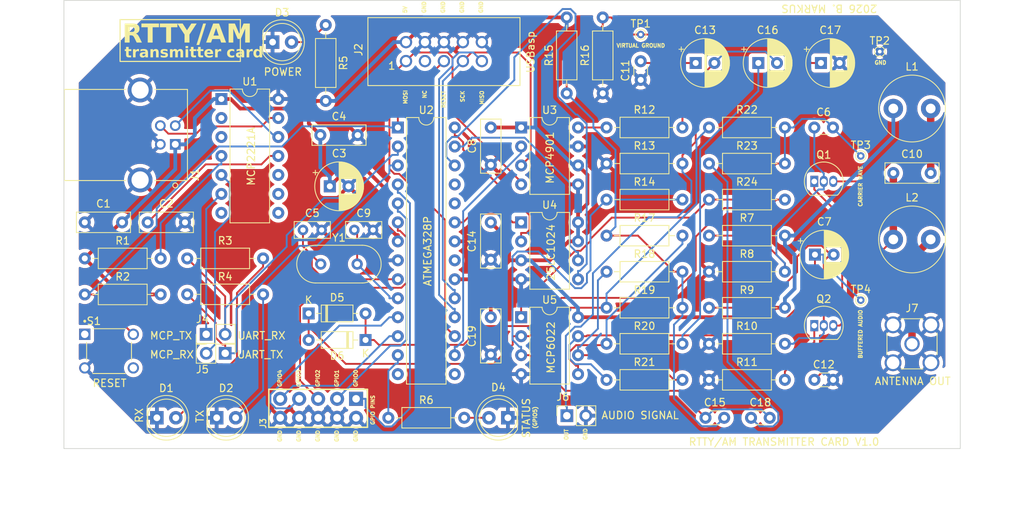
<source format=kicad_pcb>
(kicad_pcb (version 20221018) (generator pcbnew)
  (layers (0 "F.Cu" signal) (31 "B.Cu" signal) (34 "B.Paste" user) (35 "F.Paste" user) (36 "B.SilkS" user "B.Silkscreen") (37 "F.SilkS" user "F.Silkscreen") (38 "B.Mask" user) (39 "F.Mask" user) (44 "Edge.Cuts" user))
  (net 0 "")
  (net 1 "Net-(U1-VUSB)")
  (net 2 "GND")
  (net 3 "Net-(U2-XTAL1{slash}PB6)")
  (net 4 "Net-(U2-XTAL2{slash}PB7)")
  (net 5 "+5V")
  (net 6 "AUDIO SIGNAL")
  (net 7 "Net-(D1-A)")
  (net 9 "Net-(D2-A)")
  (net 10 "Net-(D3-A)")
  (net 11 "Net-(D4-A)")
  (net 12 "Net-(J1-D-)")
  (net 13 "Net-(J1-D+)")
  (net 14 "MOSI")
  (net 15 "RESET")
  (net 16 "Net-(C10-Pad2)")
  (net 17 "BUFFERED AUDIO")
  (net 18 "Net-(Q2-B)")
  (net 19 "Net-(Q1-B)")
  (net 20 "CARRIER WAVE")
  (net 22 "SCK")
  (net 23 "MISO")
  (net 25 "Net-(U1-~{RST})")
  (net 28 "Net-(U3-Vout)")
  (net 33 "Net-(U2-PC5)")
  (net 34 "Net-(U2-PB2)")
  (net 35 "Net-(U2-PC0)")
  (net 36 "Net-(Q1-C)")
  (net 37 "Net-(C11-Pad2)")
  (net 38 "Net-(U2-PC3)")
  (net 39 "Net-(U2-PC4)")
  (net 40 "Net-(U5A-+)")
  (net 41 "VIRTUAL GROUND")
  (net 42 "Net-(C16-Pad1)")
  (net 43 "Net-(C18-Pad1)")
  (net 44 "Net-(D5-K)")
  (net 45 "Net-(D5-A)")
  (net 46 "Net-(J7-In)")
  (net 47 "Net-(J4-Pin_1)")
  (net 48 "Net-(J4-Pin_2)")
  (net 49 "Net-(J5-Pin_1)")
  (net 53 "Net-(J5-Pin_2)")
  (net 54 "Net-(Q1-E)")
  (net 55 "Net-(Q2-E)")
  (net 56 "Net-(U2-PD7)")
  (net 57 "Net-(U5B-+)")
  (net 58 "Net-(U5B--)")
  (net 59 "Net-(U2-PD2)")
  (net 60 "Net-(U2-PD3)")
  (net 61 "Net-(U2-PD4)")
  (net 62 "Net-(U2-PD5)")
  (net 63 "Net-(U2-PD6)")
  (footprint "StockLib:R_10k_Axial_DIN0207" (layer "F.Cu") (at 67.31 12.446 90)
    (fp_text reference "R15")
    (fp_text value "10k")
  )
  (footprint "Capacitor_THT:C_Rect_L4.6mm_W2.0mm_P2.50mm_MKS02_FKP02" (layer "F.Cu") (at 32.004 30.734)
    (fp_text reference "C5")
    (fp_text value "22pF")
  )
  (footprint "StockLib:R_10k_Axial_DIN0207" (layer "F.Cu") (at 72.644 45.974)
    (fp_text reference "R20")
    (fp_text value "10k")
  )
  (footprint "Capacitor_THT:C_Disc_D3.0mm_W1.6mm_P2.50mm" (layer "F.Cu") (at 85.892 55.88)
    (fp_text reference "C15")
    (fp_text value "100pF")
  )
  (footprint "Capacitor_THT:CP_Radial_D6.3mm_P2.50mm" (layer "F.Cu") (at 100.5446 34.036)
    (fp_text reference "C7")
    (fp_text value "10uF")
  )
  (footprint "Diode_THT:D_DO-35_SOD27_P7.62mm_Horizontal" (layer "F.Cu") (at 40.386 45.466 180)
    (fp_text reference "D6")
    (fp_text value "1N4148")
  )
  (footprint "StockLib:R_10k_Axial_DIN0207" (layer "F.Cu") (at 86.36 41.148)
    (fp_text reference "R9")
    (fp_text value "470R")
  )
  (footprint "MountingHole:MountingHole_3.2mm_M3_DIN965" (layer "F.Cu") (at 116 56)
    (fp_text reference "MH4" hide)
    (fp_text value "MountingHole_3.2mm_M3_DIN965")
  )
  (footprint "StockLib:R_10k_Axial_DIN0207" (layer "F.Cu") (at 72.136 12.446 90)
    (fp_text reference "R16")
    (fp_text value "10k")
  )
  (footprint "Capacitor_THT:CP_Radial_D6.3mm_P2.50mm" (layer "F.Cu") (at 101.346 8.382)
    (fp_text reference "C17")
    (fp_text value "10uF")
  )
  (footprint "StockLib:C_100nF_L7.0mm_W2.5mm_P5.00mm" (layer "F.Cu") (at 2.794 29.718)
    (fp_text reference "C1")
    (fp_text value "100nF")
  )
  (footprint "StockLib:R_10k_Axial_DIN0207" (layer "F.Cu") (at 72.644 21.844)
    (fp_text reference "R13")
    (fp_text value "10k")
  )
  (footprint "StockLib:C_100nF_L7.0mm_W2.5mm_P5.00mm" (layer "F.Cu") (at 116.038 23.114 180)
    (fp_text reference "C10")
    (fp_text value "100nF")
  )
  (footprint "StockLib:SMA Vertical Female" (layer "F.Cu") (at 113.538 45.974)
    (fp_text reference "J7")
    (fp_text value "SMA Vertical Female")
  )
  (footprint "StockLib:R_470_Axial_DIN0207" (layer "F.Cu") (at 16.51 34.544)
    (fp_text reference "R3")
    (fp_text value "470R")
  )
  (footprint "MountingHole:MountingHole_3.2mm_M3_DIN965" (layer "F.Cu") (at 4 4)
    (fp_text reference "MH1" hide)
    (fp_text value "MountingHole_3.2mm_M3_DIN965")
  )
  (footprint "Connector_PinSocket_2.54mm:PinSocket_1x02_P2.54mm_Vertical" (layer "F.Cu") (at 67.33 55.601 90)
    (fp_text reference "J6")
    (fp_text value "Conn_01x02_Pin")
  )
  (footprint "TestPoint:TestPoint_THTPad_D1.0mm_Drill0.5mm" (layer "F.Cu") (at 77.216 4.572)
    (fp_text reference "TP1")
    (fp_text value "Virtual Ground")
  )
  (footprint "Package_TO_SOT_THT:TO-92_Inline" (layer "F.Cu") (at 100.457 24.236)
    (fp_text reference "Q1")
    (fp_text value "PN2222A")
  )
  (footprint "StockLib:R_470_Axial_DIN0207" (layer "F.Cu") (at 43.434 55.88)
    (fp_text reference "R6")
    (fp_text value "470R")
  )
  (footprint "StockLib:USB Type B Connector" (layer "F.Cu") (at 14.91 19.27 -90)
    (fp_text reference "J1")
    (fp_text value "USB Type B Connector")
  )
  (footprint "Package_DIP:DIP-8_W7.62mm" (layer "F.Cu") (at 61.214 17.018)
    (fp_text reference "U3")
    (fp_text value "MCP4901")
  )
  (footprint "StockLib:R_10k_Axial_DIN0207" (layer "F.Cu") (at 86.36 26.67)
    (fp_text reference "R24")
    (fp_text value "10k")
  )
  (footprint "StockLib:R_470_Axial_DIN0207" (layer "F.Cu") (at 16.51 39.356)
    (fp_text reference "R4")
    (fp_text value "470R")
  )
  (footprint "Package_TO_SOT_THT:TO-92_Inline" (layer "F.Cu") (at 100.457 43.54)
    (fp_text reference "Q2")
    (fp_text value "PN2222A")
  )
  (footprint "StockLib:R_10k_Axial_DIN0207" (layer "F.Cu") (at 72.644 26.67)
    (fp_text reference "R14")
    (fp_text value "1.5k")
  )
  (footprint "StockLib:C_100nF_L7.0mm_W2.5mm_P5.00mm" (layer "F.Cu") (at 57.15 22.018 90)
    (fp_text reference "C8")
    (fp_text value "100nF")
  )
  (footprint "StockLib:2x5 Pin Header Connector Female" (layer "F.Cu") (at 34.036 54.61 -90)
    (fp_text reference "J3")
    (fp_text value "2x5 Pin Header Connector Female")
  )
  (footprint "StockLib:C_100nF_L7.0mm_W2.5mm_P5.00mm" (layer "F.Cu") (at 57.15 29.718 -90)
    (fp_text reference "C14")
    (fp_text value "100nF")
  )
  (footprint "StockLib:R_10k_Axial_DIN0207" (layer "F.Cu") (at 72.644 41.148)
    (fp_text reference "R19")
    (fp_text value "4.7k")
  )
  (footprint "Package_DIP:DIP-28_W7.62mm" (layer "F.Cu") (at 44.704 17.018)
    (fp_text reference "U2")
    (fp_text value "ATmega328P-P")
  )
  (footprint "StockLib:C_100nF_L7.0mm_W2.5mm_P5.00mm" (layer "F.Cu") (at 57.15 42.418 -90)
    (fp_text reference "C19")
    (fp_text value "100nF")
  )
  (footprint "Diode_THT:D_DO-35_SOD27_P7.62mm_Horizontal" (layer "F.Cu") (at 32.766 41.91)
    (fp_text reference "D5")
    (fp_text value "1N4148")
  )
  (footprint "StockLib:LED_D5.0mm_YELLOW" (layer "F.Cu") (at 59.436 55.88 180)
    (fp_text reference "D4")
    (fp_text value "LED 5mm WHITE")
  )
  (footprint "StockLib:R_10k_Axial_DIN0207" (layer "F.Cu") (at 86.36 50.8)
    (fp_text reference "R11")
    (fp_text value "100R")
  )
  (footprint "StockLib:LED_D5.0mm_RED" (layer "F.Cu") (at 27.94 5.588)
    (fp_text reference "D3")
    (fp_text value "LED 5mm RED")
  )
  (footprint "StockLib:Button TACT 6x6mm" (layer "F.Cu") (at 6.044 46.954)
    (fp_text reference "S1")
    (fp_text value "Button TACT 6x6mm")
  )
  (footprint "StockLib:R_470_Axial_DIN0207" (layer "F.Cu") (at 35.052 3.302 -90)
    (fp_text reference "R5")
    (fp_text value "470R")
  )
  (footprint "Inductor_THT:L_Radial_D8.7mm_P5.00mm_Fastron_07HCP" (layer "F.Cu") (at 111.038 32.004)
    (fp_text reference "L2")
    (fp_text value "330uH")
  )
  (footprint "StockLib:R_10k_Axial_DIN0207" (layer "F.Cu") (at 72.644 50.8)
    (fp_text reference "R21")
    (fp_text value "10k")
  )
  (footprint "Capacitor_THT:C_Rect_L4.6mm_W2.0mm_P2.50mm_MKS02_FKP02" (layer "F.Cu") (at 38.882 30.734)
    (fp_text reference "C9")
    (fp_text value "22pF")
  )
  (footprint "StockLib:R_10k_Axial_DIN0207" (layer "F.Cu") (at 86.36 36.322)
    (fp_text reference "R8")
    (fp_text value "10k")
  )
  (footprint "StockLib:R_10k_Axial_DIN0207" (layer "F.Cu") (at 86.36 17.018)
    (fp_text reference "R22")
    (fp_text value "15k")
  )
  (footprint "MountingHole:MountingHole_3.2mm_M3_DIN965" (layer "F.Cu") (at 4 56)
    (fp_text reference "MH3" hide)
    (fp_text value "MountingHole_3.2mm_M3_DIN965")
  )
  (footprint "Inductor_THT:L_Radial_D8.7mm_P5.00mm_Fastron_07HCP" (layer "F.Cu") (at 111.038 14.478)
    (fp_text reference "L1")
    (fp_text value "1mH")
  )
  (footprint "Connector_PinHeader_2.54mm:PinHeader_1x02_P2.54mm_Vertical" (layer "F.Cu") (at 19.05 44.704 90)
    (fp_text reference "J4")
    (fp_text value "Conn_01x02_Pin")
  )
  (footprint "Capacitor_THT:C_Disc_D3.0mm_W1.6mm_P2.50mm" (layer "F.Cu") (at 100.477 50.8)
    (fp_text reference "C12")
    (fp_text value "1nF")
  )
  (footprint "TestPoint:TestPoint_THTPad_D1.0mm_Drill0.5mm" (layer "F.Cu") (at 106.68 20.828)
    (fp_text reference "TP3")
    (fp_text value "Carrier Wave")
  )
  (footprint "TestPoint:TestPoint_THTPad_D1.0mm_Drill0.5mm" (layer "F.Cu") (at 106.68 40.132)
    (fp_text reference "TP4")
    (fp_text value "Buffered Audio")
  )
  (footprint "Package_DIP:DIP-8_W7.62mm" (layer "F.Cu") (at 61.214 42.418)
    (fp_text reference "U5")
    (fp_text value "MCP6022")
  )
  (footprint "StockLib:LED_D5.0mm_YELLOW" (layer "F.Cu") (at 20.454 55.88)
    (fp_text reference "D2")
    (fp_text value "LED 5mm GREEN")
  )
  (footprint "StockLib:R_10k_Axial_DIN0207" (layer "F.Cu") (at 86.36 45.974)
    (fp_text reference "R10")
    (fp_text value "220R")
  )
  (footprint "Package_DIP:DIP-14_W7.62mm" (layer "F.Cu") (at 21.082 13.208)
    (fp_text reference "U1")
    (fp_text value "MCP2221AxP")
  )
  (footprint "Capacitor_THT:CP_Radial_D6.3mm_P2.50mm" (layer "F.Cu") (at 35.6 24.892)
    (fp_text reference "C3")
    (fp_text value "10uF")
  )
  (footprint "Capacitor_THT:C_Disc_D3.0mm_W1.6mm_P2.50mm" (layer "F.Cu") (at 100.457 17.018)
    (fp_text reference "C6")
    (fp_text value "100pF")
  )
  (footprint "Capacitor_THT:C_Disc_D3.0mm_W1.6mm_P2.50mm" (layer "F.Cu") (at 77.216 10.648 90)
    (fp_text reference "C11")
    (fp_text value "10nF")
  )
  (footprint "StockLib:2x5 Shrouded Box Header" (layer "F.Cu") (at 50.8762 6.858)
    (fp_text reference "J2")
    (fp_text value "USBasp header")
  )
  (footprint "Capacitor_THT:CP_Radial_D6.3mm_P2.50mm" (layer "F.Cu") (at 92.964 8.382)
    (fp_text reference "C16")
    (fp_text value "10uF")
  )
  (footprint "TestPoint:TestPoint_THTPad_D1.0mm_Drill0.5mm" (layer "F.Cu") (at 109.22 6.858)
    (fp_text reference "TP2")
    (fp_text value "GND")
  )
  (footprint "StockLib:R_10k_Axial_DIN0207" (layer "F.Cu") (at 72.644 31.496)
    (fp_text reference "R17")
    (fp_text value "2.2k")
  )
  (footprint "Crystal:Crystal_HC49-U_Vertical" (layer "F.Cu") (at 34.38 35.306)
    (fp_text reference "Y1")
    (fp_text value "16 MHz")
  )
  (footprint "StockLib:C_100nF_L7.0mm_W2.5mm_P5.00mm" (layer "F.Cu") (at 34.33 18.034)
    (fp_text reference "C4")
    (fp_text value "100nF")
  )
  (footprint "StockLib:R_10k_Axial_DIN0207" (layer "F.Cu") (at 72.644 36.322)
    (fp_text reference "R18")
    (fp_text value "10k")
  )
  (footprint "StockLib:R_10k_Axial_DIN0207" (layer "F.Cu") (at 2.794 34.544)
    (fp_text reference "R1")
    (fp_text value "10k")
  )
  (footprint "StockLib:LED_D5.0mm_YELLOW" (layer "F.Cu") (at 12.446 55.88)
    (fp_text reference "D1")
    (fp_text value "LED 5mm YELLOW")
  )
  (footprint "StockLib:C_100nF_L7.0mm_W2.5mm_P5.00mm" (layer "F.Cu") (at 11.214 29.718)
    (fp_text reference "C2")
    (fp_text value "470nF")
  )
  (footprint "StockLib:R_10k_Axial_DIN0207" (layer "F.Cu") (at 86.36 31.496)
    (fp_text reference "R7")
    (fp_text value "22k")
  )
  (footprint "Capacitor_THT:CP_Radial_D6.3mm_P2.50mm" (layer "F.Cu") (at 84.582 8.382)
    (fp_text reference "C13")
    (fp_text value "10uF")
  )
  (footprint "MountingHole:MountingHole_3.2mm_M3_DIN965" (layer "F.Cu") (at 116 4)
    (fp_text reference "MH2" hide)
    (fp_text value "MountingHole_3.2mm_M3_DIN965")
  )
  (footprint "StockLib:R_10k_Axial_DIN0207" (layer "F.Cu") (at 2.794 39.37)
    (fp_text reference "R2")
    (fp_text value "10k")
  )
  (footprint "Connector_PinHeader_2.54mm:PinHeader_1x02_P2.54mm_Vertical" (layer "F.Cu") (at 21.595 47.244 -90)
    (fp_text reference "J5")
    (fp_text value "Conn_01x02_Pin")
  )
  (footprint "Capacitor_THT:C_Disc_D3.0mm_W1.6mm_P2.50mm" (layer "F.Cu") (at 91.988 55.88)
    (fp_text reference "C18")
    (fp_text value "100pF")
  )
  (footprint "Package_DIP:DIP-8_W7.62mm" (layer "F.Cu") (at 61.214 29.718)
    (fp_text reference "U4")
    (fp_text value "25LC1024")
  )
  (footprint "StockLib:R_10k_Axial_DIN0207" (layer "F.Cu") (at 86.36 21.844)
    (fp_text reference "R23")
    (fp_text value "1.5k")
  )
  (footprint "StockLib:R_1k_Axial_DIN0207" (layer "F.Cu") (at 72.644 17.018)
    (fp_text reference "R12")
    (fp_text value "1k")
  )
  (gr_rect (start 7.522 2.574) (end 23.622 8.174) (stroke (width 0.15)) (fill none) (layer "F.SilkS"))
  (gr_rect (start 0 0) (end 120 60) (stroke (width 0.1)) (fill none) (layer "Edge.Cuts"))
  (gr_text "RESET" (at 3.758 51.8255) (layer "F.SilkS") (effects (font (size 1 1)) (justify left bottom)))
  (gr_text "MCP6022" (at 65.786 50.038 90) (layer "F.SilkS") (effects (font (size 1 1)) (justify left bottom)))
  (gr_text "USBasp" (at 63.0682 9.8298 90) (layer "F.SilkS") (effects (font (size 1 1)) (justify left bottom)))
  (gr_text "AUDIO SIGNAL" (at 71.882 56.134) (layer "F.SilkS") (effects (font (size 1 1)) (justify left bottom)))
  (gr_text "UART_RX" (at 23.174 45.466) (layer "F.SilkS") (effects (font (size 1 1)) (justify left bottom)))
  (gr_text "GND" (at 36.83 59.182 90) (layer "F.SilkS") (effects (font (size 0.508 0.508) (thickness 0.127)) (justify left bottom)))
  (gr_text "SCK" (at 53.6702 13.6906 90) (layer "F.SilkS") (effects (font (size 0.508 0.508) (thickness 0.127)) (justify left bottom)))
  (gr_text "GND" (at 108.458 8.636) (layer "F.SilkS") (effects (font (size 0.508 0.508) (thickness 0.127)) (justify left bottom)))
  (gr_text "ATMEGA328P" (at 49.276 38.354 90) (layer "F.SilkS") (effects (font (size 1 1)) (justify left bottom)))
  (gr_text "GND" (at 48.514 1.778 90) (layer "F.SilkS") (effects (font (size 0.508 0.508) (thickness 0.127)) (justify left bottom)))
  (gr_text "MCP2221A" (at 25.654 24.892 90) (layer "F.SilkS") (effects (font (size 1 1)) (justify left bottom)))
  (gr_text "GPIO4" (at 29.21 51.816 90) (layer "F.SilkS") (effects (font (size 0.508 0.508) (thickness 0.127)) (justify left bottom)))
  (gr_text "ANTENNA OUT" (at 108.458 51.562) (layer "F.SilkS") (effects (font (size 1 1)) (justify left bottom)))
  (gr_text "GPIO3" (at 31.75 51.816 90) (layer "F.SilkS") (effects (font (size 0.508 0.508) (thickness 0.127)) (justify left bottom)))
  (gr_text "BUFFERED AUDIO" (at 106.934 48.006 90) (layer "F.SilkS") (effects (font (size 0.508 0.508) (thickness 0.127)) (justify left bottom)))
  (gr_text "GND" (at 53.594 1.778 90) (layer "F.SilkS") (effects (font (size 0.508 0.508) (thickness 0.127)) (justify left bottom)))
  (gr_text "MCP_TX" (at 11.43 45.466) (layer "F.SilkS") (effects (font (size 1 1)) (justify left bottom)))
  (gr_text "NC" (at 48.5902 13.1826 90) (layer "F.SilkS") (effects (font (size 0.508 0.508) (thickness 0.127)) (justify left bottom)))
  (gr_text "25LC1024" (at 65.786 37.592 90) (layer "F.SilkS") (effects (font (size 1 1)) (justify left bottom)))
  (gr_text "RTTY/AM" (at 7.822 6.074) (layer "F.SilkS") (effects (font (size 2.5 2.5) (thickness 0.2) bold) (justify left bottom)))
  (gr_text "MISO" (at 56.261 14.0208 90) (layer "F.SilkS") (effects (font (size 0.508 0.508) (thickness 0.127)) (justify left bottom)))
  (gr_text "RESET" (at 51.1302 14.478 90) (layer "F.SilkS") (effects (font (size 0.508 0.508) (thickness 0.127)) (justify left bottom)))
  (gr_text "OUT" (at 67.564 58.928 90) (layer "F.SilkS") (effects (font (size 0.508 0.508) (thickness 0.127)) (justify left bottom)))
  (gr_text "2026 B. MARKUS" (at 108.966 0.508 180) (layer "F.SilkS") (effects (font (size 1 1)) (justify left bottom)))
  (gr_text "TX" (at 18.801 56.642 90) (layer "F.SilkS") (effects (font (size 1 1)) (justify left bottom)))
  (gr_text "GND" (at 31.75 59.182 90) (layer "F.SilkS") (effects (font (size 0.508 0.508) (thickness 0.127)) (justify left bottom)))
  (gr_text "VIRTUAL GROUND" (at 73.914 6.35) (layer "F.SilkS") (effects (font (size 0.508 0.508) (thickness 0.127)) (justify left bottom)))
  (gr_text "GND" (at 29.21 59.182 90) (layer "F.SilkS") (effects (font (size 0.508 0.508) (thickness 0.127)) (justify left bottom)))
  (gr_text "GND" (at 34.29 59.182 90) (layer "F.SilkS") (effects (font (size 0.508 0.508) (thickness 0.127)) (justify left bottom)))
  (gr_text "RTTY/AM TRANSMITTER CARD V1.0" (at 83.566 59.69) (layer "F.SilkS") (effects (font (size 1 1)) (justify left bottom)))
  (gr_text "(GPIO5)" (at 63.373 57.404 90) (layer "F.SilkS") (effects (font (size 0.508 0.508) (thickness 0.127)) (justify left bottom)))
  (gr_text "MCP4901" (at 65.659 24.638 90) (layer "F.SilkS") (effects (font (size 1 1)) (justify left bottom)))
  (gr_text "GPIO PINS" (at 41.656 56.896 90) (layer "F.SilkS") (effects (font (size 0.508 0.508) (thickness 0.127)) (justify left bottom)))
  (gr_text "GPIO0" (at 39.37 51.816 90) (layer "F.SilkS") (effects (font (size 0.508 0.508) (thickness 0.127)) (justify left bottom)))
  (gr_text "STATUS" (at 62.484 58.674 90) (layer "F.SilkS") (effects (font (size 1 1)) (justify left bottom)))
  (gr_text "GPIO2" (at 34.29 51.816 90) (layer "F.SilkS") (effects (font (size 0.508 0.508) (thickness 0.127)) (justify left bottom)))
  (gr_text "POWER" (at 26.67 10.16) (layer "F.SilkS") (effects (font (size 1 1)) (justify left bottom)))
  (gr_text "GND" (at 39.37 59.182 90) (layer "F.SilkS") (effects (font (size 0.508 0.508) (thickness 0.127)) (justify left bottom)))
  (gr_text "UART_TX" (at 23.114 48.006) (layer "F.SilkS") (effects (font (size 1 1)) (justify left bottom)))
  (gr_text "RX" (at 10.668 56.642 90) (layer "F.SilkS") (effects (font (size 1 1)) (justify left bottom)))
  (gr_text "GND" (at 51.054 1.778 90) (layer "F.SilkS") (effects (font (size 0.508 0.508) (thickness 0.127)) (justify left bottom)))
  (gr_text "GND" (at 56.134 1.778 90) (layer "F.SilkS") (effects (font (size 0.508 0.508) (thickness 0.127)) (justify left bottom)))
  (gr_text "CARRIER WAVE" (at 106.934 27.686 90) (layer "F.SilkS") (effects (font (size 0.508 0.508) (thickness 0.127)) (justify left bottom)))
  (gr_text "5V" (at 45.974 1.778 90) (layer "F.SilkS") (effects (font (size 0.508 0.508) (thickness 0.127)) (justify left bottom)))
  (gr_text "GPIO1" (at 36.83 51.816 90) (layer "F.SilkS") (effects (font (size 0.508 0.508) (thickness 0.127)) (justify left bottom)))
  (gr_text "MOSI" (at 46.0248 13.9446 90) (layer "F.SilkS") (effects (font (size 0.508 0.508) (thickness 0.127)) (justify left bottom)))
  (gr_text "GND" (at 70.104 58.928 90) (layer "F.SilkS") (effects (font (size 0.508 0.508) (thickness 0.127)) (justify left bottom)))
  (gr_text "MCP_RX" (at 11.43 48.006) (layer "F.SilkS") (effects (font (size 1 1)) (justify left bottom)))
  (gr_text "transmitter card" (at 8.122 7.874) (layer "F.SilkS") (effects (font (size 1.43 1.43) (thickness 0.2) bold) (justify left bottom)))
  (segment (start 28.702 20.828) (end 27.5751 20.828) (width 0.25) (layer "F.Cu") (net 1))
  (segment (start 26.4482 21.9549) (end 18.9771 21.9549) (width 0.25) (layer "F.Cu") (net 1))
  (segment (start 18.9771 21.9549) (end 11.214 29.718) (width 0.25) (layer "F.Cu") (net 1))
  (segment (start 27.5751 20.828) (end 26.4482 21.9549) (width 0.25) (layer "F.Cu") (net 1))
  (segment (start 33.192 34.118) (end 33.192 35.7235) (width 0.25) (layer "F.Cu") (net 3))
  (segment (start 34.38 35.306) (end 33.192 34.118) (width 0.25) (layer "F.Cu") (net 3))
  (segment (start 34.8065 37.338) (end 44.704 37.338) (width 0.25) (layer "F.Cu") (net 3))
  (segment (start 32.004 32.93) (end 32.004 30.734) (width 0.25) (layer "F.Cu") (net 3))
  (segment (start 33.192 35.7235) (end 34.8065 37.338) (width 0.25) (layer "F.Cu") (net 3))
  (segment (start 33.192 34.118) (end 32.004 32.93) (width 0.25) (layer "F.Cu") (net 3))
  (segment (start 39.26 31.112) (end 38.882 30.734) (width 0.25) (layer "F.Cu") (net 4))
  (segment (start 39.26 35.306) (end 39.26 31.112) (width 0.25) (layer "F.Cu") (net 4))
  (segment (start 39.26 35.306) (end 43.5771 39.6231) (width 0.25) (layer "B.Cu") (net 4))
  (segment (start 43.5771 39.6231) (end 43.5771 39.878) (width 0.25) (layer "B.Cu") (net 4))
  (segment (start 44.704 39.878) (end 43.5771 39.878) (width 0.25) (layer "B.Cu") (net 4))
  (segment (start 67.5821 32.258) (end 65.0421 34.798) (width 0.5) (layer "F.Cu") (net 5))
  (segment (start 61.214 17.018) (end 57.15 17.018) (width 0.5) (layer "F.Cu") (net 5))
  (segment (start 35.052 13.462) (end 33.8001 13.462) (width 0.5) (layer "F.Cu") (net 5))
  (segment (start 49.0982 2.286) (end 67.31 2.286) (width 0.5) (layer "F.Cu") (net 5))
  (segment (start 22.3339 13.208) (end 23.6038 14.4779) (width 0.5) (layer "F.Cu") (net 5))
  (segment (start 70.0882 23.3522) (end 70.0882 27.2119) (width 0.5) (layer "F.Cu") (net 5))
  (segment (start 44.465827 31.4199) (end 42.906 29.860073) (width 0.5) (layer "F.Cu") (net 5))
  (segment (start 44.704 31.4199) (end 44.465827 31.4199) (width 0.5) (layer "F.Cu") (net 5))
  (segment (start 21.082 13.208) (end 22.3339 13.208) (width 0.5) (layer "F.Cu") (net 5))
  (segment (start 59.5973 32.1653) (end 57.15 29.718) (width 0.5) (layer "F.Cu") (net 5))
  (segment (start 12.954 39.37) (end 7.62 39.37) (width 0.5) (layer "F.Cu") (net 5))
  (segment (start 32.7842 14.4779) (end 33.8001 13.462) (width 0.5) (layer "F.Cu") (net 5))
  (segment (start 32.7842 14.4779) (end 32.7842 16.4882) (width 0.5) (layer "F.Cu") (net 5))
  (segment (start 93.9981 42.418) (end 68.834 42.418) (width 0.5) (layer "F.Cu") (net 5))
  (segment (start 68.834 22.098) (end 70.0882 23.3522) (width 0.5) (layer "F.Cu") (net 5))
  (segment (start 14.91 19.27) (end 15.02 19.27) (width 0.5) (layer "F.Cu") (net 5))
  (segment (start 45.7962 5.588) (end 49.0982 2.286) (width 0.5) (layer "F.Cu") (net 5))
  (segment (start 32.7842 16.4882) (end 34.33 18.034) (width 0.5) (layer "F.Cu") (net 5))
  (segment (start 7.62 39.37) (end 2.794 34.544) (width 0.5) (layer "F.Cu") (net 5))
  (segment (start 95.2681 41.148) (end 93.9981 42.418) (width 0.5) (layer "F.Cu") (net 5))
  (segment (start 2.794 34.544) (end 7.62 29.718) (width 0.5) (layer "F.Cu") (net 5))
  (segment (start 52.324 37.338) (end 53.5759 37.338) (width 0.5) (layer "F.Cu") (net 5))
  (segment (start 37.632 22.86) (end 35.6 24.892) (width 0.5) (layer "F.Cu") (net 5))
  (segment (start 42.906 29.860073) (end 42.906 25.126) (width 0.5) (layer "F.Cu") (net 5))
  (segment (start 68.834 28.4661) (end 68.834 29.718) (width 0.5) (layer "F.Cu") (net 5))
  (segment (start 59.5973 34.798) (end 59.5973 32.1653) (width 0.5) (layer "F.Cu") (net 5))
  (segment (start 57.15 37.338) (end 59.5973 34.8907) (width 0.5) (layer "F.Cu") (net 5))
  (segment (start 59.9621 34.798) (end 59.5973 34.798) (width 0.5) (layer "F.Cu") (net 5))
  (segment (start 7.62 29.718) (end 7.794 29.718) (width 0.5) (layer "F.Cu") (net 5))
  (segment (start 42.906 25.126) (end 40.64 22.86) (width 0.5) (layer "F.Cu") (net 5))
  (segment (start 59.5973 34.8907) (end 59.5973 34.798) (width 0.5) (layer "F.Cu") (net 5))
  (segment (start 44.704 32.258) (end 44.704 31.4199) (width 0.5) (layer "F.Cu") (net 5))
  (segment (start 40.64 22.86) (end 37.632 22.86) (width 0.5) (layer "F.Cu") (net 5))
  (segment (start 61.214 34.798) (end 59.9621 34.798) (width 0.5) (layer "F.Cu") (net 5))
  (segment (start 70.0882 27.2119) (end 68.834 28.4661) (width 0.5) (layer "F.Cu") (net 5))
  (segment (start 65.0421 34.798) (end 61.214 34.798) (width 0.5) (layer "F.Cu") (net 5))
  (segment (start 57.15 37.338) (end 53.5759 37.338) (width 0.5) (layer "F.Cu") (net 5))
  (segment (start 96.52 41.148) (end 95.2681 41.148) (width 0.5) (layer "F.Cu") (net 5))
  (segment (start 68.834 32.258) (end 67.5821 32.258) (width 0.5) (layer "F.Cu") (net 5))
  (segment (start 23.6038 14.4779) (end 32.7842 14.4779) (width 0.5) (layer "F.Cu") (net 5))
  (segment (start 57.15 37.338) (end 57.15 42.418) (width 0.5) (layer "F.Cu") (net 5))
  (segment (start 96.52 31.496) (end 97.7719 31.496) (width 0.5) (layer "B.Cu") (net 5))
  (segment (start 63.1281 7.7198) (end 67.31 3.5379) (width 0.5) (layer "B.Cu") (net 5))
  (segment (start 68.834 42.418) (end 68.834 41.1661) (width 0.5) (layer "B.Cu") (net 5))
  (segment (start 97.8206 34.0485) (end 96.52 32.7479) (width 0.5) (layer "B.Cu") (net 5))
  (segment (start 14.91 22.602) (end 7.794 29.718) (width 0.5) (layer "B.Cu") (net 5))
  (segment (start 16.29 19.27) (end 14.91 19.27) (width 0.5) (layer "B.Cu") (net 5))
  (segment (start 21.082 13.208) (end 20.066 13.208) (width 0.5) (layer "B.Cu") (net 5))
  (segment (start 63.1281 17.018) (end 63.1281 7.7198) (width 0.5) (layer "B.Cu") (net 5))
  (segment (start 96.52 41.148) (end 96.52 39.8961) (width 0.5) (layer "B.Cu") (net 5))
  (segment (start 17.526 18.034) (end 16.29 19.27) (width 0.5) (layer "B.Cu") (net 5))
  (segment (start 62.4659 34.798) (end 68.834 41.1661) (width 0.5) (layer "B.Cu") (net 5))
  (segment (start 111.038 14.478) (end 111.038 18.2299) (width 0.5) (layer "B.Cu") (net 5))
  (segment (start 96.52 31.496) (end 96.52 32.7479) (width 0.5) (layer "B.Cu") (net 5))
  (segment (start 35.6 24.892) (end 35.6 23.6401) (width 0.5) (layer "B.Cu") (net 5))
  (segment (start 14.91 19.27) (end 14.91 22.602) (width 0.5) (layer "B.Cu") (net 5))
  (segment (start 35.6 23.6401) (end 34.33 22.3701) (width 0.5) (layer "B.Cu") (net 5))
  (segment (start 67.31 2.286) (end 67.31 3.5379) (width 0.5) (layer "B.Cu") (net 5))
  (segment (start 20.066 13.208) (end 17.526 15.748) (width 0.5) (layer "B.Cu") (net 5))
  (segment (start 14.91 19.27) (end 16.0759 19.27) (width 0.5) (layer "B.Cu") (net 5))
  (segment (start 68.834 32.258) (end 68.834 29.718) (width 0.5) (layer "B.Cu") (net 5))
  (segment (start 111.038 18.2299) (end 97.7719 31.496) (width 0.5) (layer "B.Cu") (net 5))
  (segment (start 35.052 13.462) (end 36.3039 13.462) (width 0.5) (layer "B.Cu") (net 5))
  (segment (start 68.2081 22.098) (end 63.1281 17.018) (width 0.5) (layer "B.Cu") (net 5))
  (segment (start 17.526 15.748) (end 17.526 18.034) (width 0.5) (layer "B.Cu") (net 5))
  (segment (start 63.1281 17.018) (end 61.214 17.018) (width 0.5) (layer "B.Cu") (net 5))
  (segment (start 97.8206 38.5955) (end 97.8206 34.0485) (width 0.5) (layer "B.Cu") (net 5))
  (segment (start 34.33 22.3701) (end 34.33 18.034) (width 0.5) (layer "B.Cu") (net 5))
  (segment (start 44.1779 5.588) (end 36.3039 13.462) (width 0.5) (layer "B.Cu") (net 5))
  (segment (start 61.214 34.798) (end 62.4659 34.798) (width 0.5) (layer "B.Cu") (net 5))
  (segment (start 45.7962 5.588) (end 44.1779 5.588) (width 0.5) (layer "B.Cu") (net 5))
  (segment (start 96.52 39.8961) (end 97.8206 38.5955) (width 0.5) (layer "B.Cu") (net 5))
  (segment (start 68.834 22.098) (end 68.2081 22.098) (width 0.5) (layer "B.Cu") (net 5))
  (segment (start 82.804 20.7171) (end 82.804 21.844) (width 0.25) (layer "F.Cu") (net 6))
  (segment (start 87.082 8.382) (end 84.5821 10.8819) (width 0.25) (layer "F.Cu") (net 6))
  (segment (start 84.5821 10.8819) (end 84.5821 18.939) (width 0.25) (layer "F.Cu") (net 6))
  (segment (start 84.5821 18.939) (end 82.804 20.7171) (width 0.25) (layer "F.Cu") (net 6))
  (segment (start 67.1955 54.2896) (end 67.1955 44.9112) (width 0.25) (layer "B.Cu") (net 6))
  (segment (start 82.804 21.844) (end 82.804 22.9709) (width 0.25) (layer "B.Cu") (net 6))
  (segment (start 88.606 6.858) (end 93.94 6.858) (width 0.25) (layer "B.Cu") (net 6))
  (segment (start 93.94 6.858) (end 95.464 8.382) (width 0.25) (layer "B.Cu") (net 6))
  (segment (start 67.33 55.601) (end 67.33 54.4241) (width 0.25) (layer "B.Cu") (net 6))
  (segment (start 78.3066 29.0353) (end 82.1056 29.0353) (width 0.25) (layer "B.Cu") (net 6))
  (segment (start 84 24.1669) (end 82.804 22.9709) (width 0.25) (layer "B.Cu") (net 6))
  (segment (start 87.082 8.382) (end 88.606 6.858) (width 0.25) (layer "B.Cu") (net 6))
  (segment (start 84 27.1409) (end 84 24.1669) (width 0.25) (layer "B.Cu") (net 6))
  (segment (start 69.1882 43.688) (end 70.8192 42.057) (width 0.25) (layer "B.Cu") (net 6))
  (segment (start 70.8192 36.5227) (end 78.3066 29.0353) (width 0.25) (layer "B.Cu") (net 6))
  (segment (start 70.8192 42.057) (end 70.8192 36.5227) (width 0.25) (layer "B.Cu") (net 6))
  (segment (start 82.1056 29.0353) (end 84 27.1409) (width 0.25) (layer "B.Cu") (net 6))
  (segment (start 67.33 54.4241) (end 67.1955 54.2896) (width 0.25) (layer "B.Cu") (net 6))
  (segment (start 67.1955 44.9112) (end 68.4187 43.688) (width 0.25) (layer "B.Cu") (net 6))
  (segment (start 68.4187 43.688) (end 69.1882 43.688) (width 0.25) (layer "B.Cu") (net 6))
  (segment (start 23.1724 47.853) (end 23.1724 39.1685) (width 0.25) (layer "F.Cu") (net 7))
  (segment (start 15.1454 55.88) (end 23.1724 47.853) (width 0.25) (layer "F.Cu") (net 7))
  (segment (start 26.67 34.544) (end 26.67 35.6709) (width 0.25) (layer "F.Cu") (net 7))
  (segment (start 14.986 55.88) (end 15.1454 55.88) (width 0.25) (layer "F.Cu") (net 7))
  (segment (start 23.1724 39.1685) (end 26.67 35.6709) (width 0.25) (layer "F.Cu") (net 7))
  (segment (start 26.67 39.356) (end 26.67 52.204) (width 0.25) (layer "B.Cu") (net 9))
  (segment (start 26.67 52.204) (end 22.994 55.88) (width 0.25) (layer "B.Cu") (net 9))
  (segment (start 30.48 5.588) (end 32.766 5.588) (width 0.25) (layer "F.Cu") (net 10))
  (segment (start 32.766 5.588) (end 35.052 3.302) (width 0.25) (layer "F.Cu") (net 10))
  (segment (start 56.896 55.88) (end 53.594 55.88) (width 0.25) (layer "F.Cu") (net 11))
  (segment (start 22.0827 12.0811) (end 28.2896 18.288) (width 0.25) (layer "B.Cu") (net 12))
  (segment (start 19.5989 12.0811) (end 22.0827 12.0811) (width 0.25) (layer "B.Cu") (net 12))
  (segment (start 14.91 16.77) (end 19.5989 12.0811) (width 0.25) (layer "B.Cu") (net 12))
  (segment (start 28.2896 18.288) (end 28.702 18.288) (width 0.25) (layer "B.Cu") (net 12))
  (segment (start 17.7187 17.8467) (end 13.9867 17.8467) (width 0.25) (layer "F.Cu") (net 13))
  (segment (start 13.9867 17.8467) (end 12.91 16.77) (width 0.25) (layer "F.Cu") (net 13))
  (segment (start 28.702 15.748) (end 27.5751 15.748) (width 0.25) (layer "F.Cu") (net 13))
  (segment (start 18.6905 16.8749) (end 17.7187 17.8467) (width 0.25) (layer "F.Cu") (net 13))
  (segment (start 26.4482 16.8749) (end 18.6905 16.8749) (width 0.25) (layer "F.Cu") (net 13))
  (segment (start 27.5751 15.748) (end 26.4482 16.8749) (width 0.25) (layer "F.Cu") (net 13))
  (segment (start 51.054 29.397) (end 51.054 43.688) (width 0.25) (layer "F.Cu") (net 14))
  (segment (start 61.214 24.317) (end 52.0262 15.1292) (width 0.25) (layer "F.Cu") (net 14))
  (segment (start 52.0262 7.6516) (end 51.3525 6.978) (width 0.25) (layer "F.Cu") (net 14))
  (segment (start 44.88 23.223) (end 51.054 29.397) (width 0.25) (layer "F.Cu") (net 14))
  (segment (start 44.238 23.223) (end 44.88 23.223) (width 0.25) (layer "F.Cu") (net 14))
  (segment (start 51.054 43.688) (end 52.324 44.958) (width 0.25) (layer "F.Cu") (net 14))
  (segment (start 46.9462 6.978) (end 45.7962 8.128) (width 0.25) (layer "F.Cu") (net 14))
  (segment (start 52.0262 15.1292) (end 52.0262 7.6516) (width 0.25) (layer "F.Cu") (net 14))
  (segment (start 43.579 10.3452) (end 43.579 22.564) (width 0.25) (layer "F.Cu") (net 14))
  (segment (start 43.579 22.564) (end 44.238 23.223) (width 0.25) (layer "F.Cu") (net 14))
  (segment (start 45.7962 8.128) (end 43.579 10.3452) (width 0.25) (layer "F.Cu") (net 14))
  (segment (start 61.214 24.638) (end 61.214 24.317) (width 0.25) (layer "F.Cu") (net 14))
  (segment (start 51.3525 6.978) (end 46.9462 6.978) (width 0.25) (layer "F.Cu") (net 14))
  (segment (start 50.8762 8.128) (end 44.704 14.3002) (width 0.25) (layer "F.Cu") (net 15))
  (segment (start 9.294 44.704) (end 3.96 39.37) (width 0.25) (layer "F.Cu") (net 15))
  (segment (start 3.96 39.37) (end 2.794 39.37) (width 0.25) (layer "F.Cu") (net 15))
  (segment (start 44.704 14.3002) (end 44.704 17.018) (width 0.25) (layer "F.Cu") (net 15))
  (segment (start 43.4185 16.8594) (end 43.5771 17.018) (width 0.25) (layer "B.Cu") (net 15))
  (segment (start 29.2035 19.558) (end 31.9021 16.8594) (width 0.25) (layer "B.Cu") (net 15))
  (segment (start 3.2434 39.37) (end 12.4215 30.1919) (width 0.25) (layer "B.Cu") (net 15))
  (segment (start 31.9021 16.8594) (end 43.4185 16.8594) (width 0.25) (layer "B.Cu") (net 15))
  (segment (start 12.4215 30.1919) (end 12.4215 27.8485) (width 0.25) (layer "B.Cu") (net 15))
  (segment (start 44.704 17.018) (end 43.5771 17.018) (width 0.25) (layer "B.Cu") (net 15))
  (segment (start 2.794 39.37) (end 3.2434 39.37) (width 0.25) (layer "B.Cu") (net 15))
  (segment (start 12.4215 27.8485) (end 20.712 19.558) (width 0.25) (layer "B.Cu") (net 15))
  (segment (start 20.712 19.558) (end 29.2035 19.558) (width 0.25) (layer "B.Cu") (net 15))
  (segment (start 106.319 44.958) (end 106.426 44.958) (width 0.25) (layer "F.Cu") (net 16))
  (segment (start 100.477 50.8) (end 106.319 44.958) (width 0.25) (layer "F.Cu") (net 16))
  (segment (start 108.458 34.584) (end 111.038 32.004) (width 0.25) (layer "F.Cu") (net 16))
  (segment (start 108.458 42.926) (end 108.458 34.584) (width 0.25) (layer "F.Cu") (net 16))
  (segment (start 111.038 32.004) (end 111.038 23.114) (width 1) (layer "F.Cu") (net 16))
  (segment (start 106.426 44.958) (end 108.458 42.926) (width 0.25) (layer "F.Cu") (net 16))
  (segment (start 68.834 44.958) (end 69.9609 44.958) (width 0.25) (layer "F.Cu") (net 17))
  (segment (start 94.4493 44.8471) (end 100.5446 38.7518) (width 0.25) (layer "F.Cu") (net 17))
  (segment (start 70.0718 44.8471) (end 94.4493 44.8471) (width 0.25) (layer "F.Cu") (net 17))
  (segment (start 69.9609 44.958) (end 70.0718 44.8471) (width 0.25) (layer "F.Cu") (net 17))
  (segment (start 100.5446 38.7518) (end 100.5446 34.036) (width 0.25) (layer "F.Cu") (net 17))
  (segment (start 67.6815 46.1105) (end 68.834 44.958) (width 0.25) (layer "B.Cu") (net 17))
  (segment (start 101.6715 35.1235) (end 106.68 40.132) (width 0.25) (layer "B.Cu") (net 17))
  (segment (start 67.6815 47.9445) (end 67.6815 46.1105) (width 0.25) (layer "B.Cu") (net 17))
  (segment (start 70.5496 48.7056) (end 68.4426 48.7056) (width 0.25) (layer "B.Cu") (net 17))
  (segment (start 72.644 50.8) (end 70.5496 48.7056) (width 0.25) (layer "B.Cu") (net 17))
  (segment (start 101.6715 34.036) (end 101.6715 35.1235) (width 0.25) (layer "B.Cu") (net 17))
  (segment (start 68.4426 48.7056) (end 67.6815 47.9445) (width 0.25) (layer "B.Cu") (net 17))
  (segment (start 100.5446 34.036) (end 101.6715 34.036) (width 0.25) (layer "B.Cu") (net 17))
  (segment (start 98.155 36.3718) (end 93.3788 41.148) (width 0.25) (layer "F.Cu") (net 18))
  (segment (start 102.5946 33.9937) (end 101.4485 32.8476) (width 0.25) (layer "F.Cu") (net 18))
  (segment (start 102.5946 34.036) (end 103.0446 34.036) (width 0.25) (layer "F.Cu") (net 18))
  (segment (start 99.6258 32.8476) (end 98.155 34.3184) (width 0.25) (layer "F.Cu") (net 18))
  (segment (start 102.5946 34.036) (end 102.5946 33.9937) (width 0.25) (layer "F.Cu") (net 18))
  (segment (start 98.155 34.3184) (end 98.155 36.3718) (width 0.25) (layer "F.Cu") (net 18))
  (segment (start 93.3788 41.148) (end 86.36 41.148) (width 0.25) (layer "F.Cu") (net 18))
  (segment (start 101.727 34.9036) (end 102.5946 34.036) (width 0.25) (layer "F.Cu") (net 18))
  (segment (start 101.727 43.54) (end 101.727 34.9036) (width 0.25) (layer "F.Cu") (net 18))
  (segment (start 101.4485 32.8476) (end 99.6258 32.8476) (width 0.25) (layer "F.Cu") (net 18))
  (segment (start 101.092 45.212) (end 98.4089 45.212) (width 0.25) (layer "B.Cu") (net 18))
  (segment (start 98.4089 45.212) (end 97.6469 45.974) (width 0.25) (layer "B.Cu") (net 18))
  (segment (start 101.727 43.54) (end 101.727 44.577) (width 0.25) (layer "B.Cu") (net 18))
  (segment (start 97.6469 45.974) (end 96.52 45.974) (width 0.25) (layer "B.Cu") (net 18))
  (segment (start 101.727 44.577) (end 101.092 45.212) (width 0.25) (layer "B.Cu") (net 18))
  (segment (start 92.8209 31.496) (end 96.52 35.1951) (width 0.25) (layer "F.Cu") (net 19))
  (segment (start 96.52 36.322) (end 96.52 35.1951) (width 0.25) (layer "F.Cu") (net 19))
  (segment (start 86.36 31.496) (end 92.8209 31.496) (width 0.25) (layer "F.Cu") (net 19))
  (segment (start 101.0381 25.3129) (end 95.3786 30.9724) (width 0.25) (layer "B.Cu") (net 19))
  (segment (start 95.3786 34.0537) (end 96.52 35.1951) (width 0.25) (layer "B.Cu") (net 19))
  (segment (start 96.52 36.322) (end 96.52 35.1951) (width 0.25) (layer "B.Cu") (net 19))
  (segment (start 101.727 25.3129) (end 101.0381 25.3129) (width 0.25) (layer "B.Cu") (net 19))
  (segment (start 100.457 21.8891) (end 100.457 17.018) (width 0.25) (layer "B.Cu") (net 19))
  (segment (start 101.727 24.1555) (end 101.727 23.1591) (width 0.25) (layer "B.Cu") (net 19))
  (segment (start 101.727 23.1591) (end 100.457 21.8891) (width 0.25) (layer "B.Cu") (net 19))
  (segment (start 101.727 24.1555) (end 101.727 24.236) (width 0.25) (layer "B.Cu") (net 19))
  (segment (start 95.3786 30.9724) (end 95.3786 34.0537) (width 0.25) (layer "B.Cu") (net 19))
  (segment (start 101.727 24.236) (end 101.727 25.3129) (width 0.25) (layer "B.Cu") (net 19))
  (segment (start 69.1672 33.528) (end 70.4754 32.2198) (width 0.25) (layer "F.Cu") (net 20))
  (segment (start 73.3481 29.083) (end 83.947 29.083) (width 0.25) (layer "F.Cu") (net 20))
  (segment (start 95.3931 21.844) (end 90.5671 26.67) (width 0.25) (layer "F.Cu") (net 20))
  (segment (start 70.4754 32.2198) (end 70.4754 31.9557) (width 0.25) (layer "F.Cu") (net 20))
  (segment (start 83.947 29.083) (end 86.36 26.67) (width 0.25) (layer "F.Cu") (net 20))
  (segment (start 96.52 21.844) (end 95.3931 21.844) (width 0.25) (layer "F.Cu") (net 20))
  (segment (start 61.214 42.418) (end 61.214 40.7631) (width 0.25) (layer "F.Cu") (net 20))
  (segment (start 61.214 40.7631) (end 68.4491 33.528) (width 0.25) (layer "F.Cu") (net 20))
  (segment (start 90.5671 26.67) (end 86.36 26.67) (width 0.25) (layer "F.Cu") (net 20))
  (segment (start 68.4491 33.528) (end 69.1672 33.528) (width 0.25) (layer "F.Cu") (net 20))
  (segment (start 70.4754 31.9557) (end 73.3481 29.083) (width 0.25) (layer "F.Cu") (net 20))
  (segment (start 96.52 21.844) (end 96.52 17.018) (width 0.25) (layer "B.Cu") (net 20))
  (segment (start 97.6469 17.018) (end 98.7919 15.873) (width 0.25) (layer "B.Cu") (net 20))
  (segment (start 96.52 17.018) (end 97.6469 17.018) (width 0.25) (layer "B.Cu") (net 20))
  (segment (start 101.812 15.873) (end 102.957 17.018) (width 0.25) (layer "B.Cu") (net 20))
  (segment (start 106.68 20.828) (end 102.957 17.105) (width 0.25) (layer "B.Cu") (net 20))
  (segment (start 102.957 17.105) (end 102.957 17.018) (width 0.25) (layer "B.Cu") (net 20))
  (segment (start 98.7919 15.873) (end 101.812 15.873) (width 0.25) (layer "B.Cu") (net 20))
  (segment (start 62.484 8.636) (end 62.484 20.828) (width 0.25) (layer "F.Cu") (net 22))
  (segment (start 62.484 20.828) (end 61.214 22.098) (width 0.25) (layer "F.Cu") (net 22))
  (segment (start 53.4162 8.128) (end 54.5662 6.978) (width 0.25) (layer "F.Cu") (net 22))
  (segment (start 54.5662 6.978) (end 60.826 6.978) (width 0.25) (layer "F.Cu") (net 22))
  (segment (start 60.826 6.978) (end 62.484 8.636) (width 0.25) (layer "F.Cu") (net 22))
  (segment (start 52.324 39.878) (end 52.324 38.7511) (width 0.25) (layer "B.Cu") (net 22))
  (segment (start 50.7228 37.3834) (end 52.0905 38.7511) (width 0.25) (layer "B.Cu") (net 22))
  (segment (start 53.4162 8.128) (end 50.7228 10.8214) (width 0.25) (layer "B.Cu") (net 22))
  (segment (start 52.0905 38.7511) (end 52.324 38.7511) (width 0.25) (layer "B.Cu") (net 22))
  (segment (start 50.7228 10.8214) (end 50.7228 37.3834) (width 0.25) (layer "B.Cu") (net 22))
  (segment (start 55.9562 8.128) (end 54.8023 6.9741) (width 0.25) (layer "B.Cu") (net 23))
  (segment (start 50.2316 39.4322) (end 52.0905 41.2911) (width 0.25) (layer "B.Cu") (net 23))
  (segment (start 52.0281 8.7422) (end 50.2316 10.5387) (width 0.25) (layer "B.Cu") (net 23))
  (segment (start 52.8734 6.9741) (end 52.0281 7.8194) (width 0.25) (layer "B.Cu") (net 23))
  (segment (start 54.8023 6.9741) (end 52.8734 6.9741) (width 0.25) (layer "B.Cu") (net 23))
  (segment (start 52.0905 41.2911) (end 52.324 41.2911) (width 0.25) (layer "B.Cu") (net 23))
  (segment (start 50.2316 10.5387) (end 50.2316 39.4322) (width 0.25) (layer "B.Cu") (net 23))
  (segment (start 52.0281 7.8194) (end 52.0281 8.7422) (width 0.25) (layer "B.Cu") (net 23))
  (segment (start 52.324 42.418) (end 52.324 41.2911) (width 0.25) (layer "B.Cu") (net 23))
  (segment (start 12.954 29.8012) (end 12.954 34.544) (width 0.25) (layer "B.Cu") (net 25))
  (segment (start 21.082 20.828) (end 21.082 21.9549) (width 0.25) (layer "B.Cu") (net 25))
  (segment (start 21.082 21.9549) (end 20.8003 21.9549) (width 0.25) (layer "B.Cu") (net 25))
  (segment (start 20.8003 21.9549) (end 12.954 29.8012) (width 0.25) (layer "B.Cu") (net 25))
  (segment (start 68.834 17.018) (end 72.644 17.018) (width 0.25) (layer "F.Cu") (net 28))
  (segment (start 61.214 32.258) (end 61.214 31.1311) (width 0.25) (layer "F.Cu") (net 33))
  (segment (start 60.3711 26.9144) (end 60.4941 26.9144) (width 0.25) (layer "F.Cu") (net 33))
  (segment (start 53.4509 18.99) (end 53.4509 19.9942) (width 0.25) (layer "F.Cu") (net 33))
  (segment (start 60.4941 26.9144) (end 62.3409 28.7612) (width 0.25) (layer "F.Cu") (net 33))
  (segment (start 52.324 17.018) (end 52.324 18.1449) (width 0.25) (layer "F.Cu") (net 33))
  (segment (start 52.324 18.1449) (end 52.6058 18.1449) (width 0.25) (layer "F.Cu") (net 33))
  (segment (start 52.6058 18.1449) (end 53.4509 18.99) (width 0.25) (layer "F.Cu") (net 33))
  (segment (start 62.3409 30.7187) (end 61.9285 31.1311) (width 0.25) (layer "F.Cu") (net 33))
  (segment (start 61.9285 31.1311) (end 61.214 31.1311) (width 0.25) (layer "F.Cu") (net 33))
  (segment (start 53.4509 19.9942) (end 60.3711 26.9144) (width 0.25) (layer "F.Cu") (net 33))
  (segment (start 62.3409 28.7612) (end 62.3409 30.7187) (width 0.25) (layer "F.Cu") (net 33))
  (segment (start 52.324 46.3711) (end 52.6058 46.3711) (width 0.25) (layer "B.Cu") (net 34))
  (segment (start 61.214 20.4514) (end 61.214 19.558) (width 0.25) (layer "B.Cu") (net 34))
  (segment (start 52.324 47.498) (end 52.324 46.3711) (width 0.25) (layer "B.Cu") (net 34))
  (segment (start 52.6058 46.3711) (end 53.4509 45.526) (width 0.25) (layer "B.Cu") (net 34))
  (segment (start 53.4509 45.526) (end 53.4509 28.2145) (width 0.25) (layer "B.Cu") (net 34))
  (segment (start 53.4509 28.2145) (end 61.214 20.4514) (width 0.25) (layer "B.Cu") (net 34))
  (segment (start 54.5778 28.5911) (end 58.9602 28.5911) (width 0.25) (layer "F.Cu") (net 35))
  (segment (start 53.4509 29.718) (end 54.5778 28.5911) (width 0.25) (layer "F.Cu") (net 35))
  (segment (start 61.214 29.718) (end 60.0871 29.718) (width 0.25) (layer "F.Cu") (net 35))
  (segment (start 52.324 29.718) (end 53.4509 29.718) (width 0.25) (layer "F.Cu") (net 35))
  (segment (start 58.9602 28.5911) (end 60.0871 29.718) (width 0.25) (layer "F.Cu") (net 35))
  (segment (start 108.1616 24.236) (end 102.997 24.236) (width 0.25) (layer "F.Cu") (net 36))
  (segment (start 116.038 16.3596) (end 116.038 23.114) (width 1) (layer "F.Cu") (net 36))
  (segment (start 116.038 16.3596) (end 108.1616 24.236) (width 0.25) (layer "F.Cu") (net 36))
  (segment (start 116.038 14.478) (end 116.038 16.3596) (width 1) (layer "F.Cu") (net 36))
  (segment (start 82.804 17.018) (end 82.804 15.8911) (width 0.25) (layer "F.Cu") (net 37))
  (segment (start 82.804 8.382) (end 77.45 8.382) (width 0.25) (layer "F.Cu") (net 37))
  (segment (start 84.582 8.382) (end 82.804 8.382) (width 0.25) (layer "F.Cu") (net 37))
  (segment (start 77.45 8.382) (end 77.216 8.148) (width 0.25) (layer "F.Cu") (net 37))
  (segment (start 82.804 8.382) (end 82.804 15.8911) (width 0.25) (layer "F.Cu") (net 37))
  (segment (start 66.1295 12.8812) (end 68.5423 15.294) (width 0.25) (layer "B.Cu") (net 38))
  (segment (start 66.7608 1.1579) (end 67.8291 1.1579) (width 0.25) (layer "B.Cu") (net 38))
  (segment (start 68.5423 15.294) (end 68.7409 15.294) (width 0.25) (layer "B.Cu") (net 38))
  (segment (start 66.1295 6.6503) (end 66.1295 12.8812) (width 0.25) (layer "B.Cu") (net 38))
  (segment (start 67.8291 1.1579) (end 68.4909 1.8197) (width 0.25) (layer "B.Cu") (net 38))
  (segment (start 68.4909 4.2889) (end 66.1295 6.6503) (width 0.25) (layer "B.Cu") (net 38))
  (segment (start 51.1867 20.9607) (end 51.1867 19.0632) (width 0.25) (layer "B.Cu") (net 38))
  (segment (start 52.324 22.098) (end 51.1867 20.9607) (width 0.25) (layer "B.Cu") (net 38))
  (segment (start 51.9619 18.288) (end 52.6697 18.288) (width 0.25) (layer "B.Cu") (net 38))
  (segment (start 69.0675 36.2111) (end 68.834 36.2111) (width 0.25) (layer "B.Cu") (net 38))
  (segment (start 69.9879 35.2907) (end 69.0675 36.2111) (width 0.25) (layer "B.Cu") (net 38))
  (segment (start 69.9879 16.541) (end 69.9879 35.2907) (width 0.25) (layer "B.Cu") (net 38))
  (segment (start 60.2979 7.6208) (end 66.7608 1.1579) (width 0.25) (layer "B.Cu") (net 38))
  (segment (start 68.834 36.2111) (end 68.834 37.338) (width 0.25) (layer "B.Cu") (net 38))
  (segment (start 68.7409 15.294) (end 69.9879 16.541) (width 0.25) (layer "B.Cu") (net 38))
  (segment (start 68.4909 1.8197) (end 68.4909 4.2889) (width 0.25) (layer "B.Cu") (net 38))
  (segment (start 52.6697 18.288) (end 60.2979 10.6598) (width 0.25) (layer "B.Cu") (net 38))
  (segment (start 51.1867 19.0632) (end 51.9619 18.288) (width 0.25) (layer "B.Cu") (net 38))
  (segment (start 60.2979 10.6598) (end 60.2979 7.6208) (width 0.25) (layer "B.Cu") (net 38))
  (segment (start 53.4509 19.558) (end 54.6255 18.3834) (width 0.25) (layer "B.Cu") (net 39))
  (segment (start 54.6255 18.3834) (end 61.6841 18.3834) (width 0.25) (layer "B.Cu") (net 39))
  (segment (start 68.834 34.798) (end 68.834 33.6711) (width 0.25) (layer "B.Cu") (net 39))
  (segment (start 67.7071 24.4064) (end 67.7071 32.7777) (width 0.25) (layer "B.Cu") (net 39))
  (segment (start 61.6841 18.3834) (end 67.7071 24.4064) (width 0.25) (layer "B.Cu") (net 39))
  (segment (start 67.7071 32.7777) (end 68.6005 33.6711) (width 0.25) (layer "B.Cu") (net 39))
  (segment (start 52.324 19.558) (end 53.4509 19.558) (width 0.25) (layer "B.Cu") (net 39))
  (segment (start 68.6005 33.6711) (end 68.834 33.6711) (width 0.25) (layer "B.Cu") (net 39))
  (segment (start 61.214 47.498) (end 62.3409 47.498) (width 0.25) (layer "F.Cu") (net 40))
  (segment (start 67.109 52.2661) (end 82.2781 52.2661) (width 0.25) (layer "F.Cu") (net 40))
  (segment (start 62.3409 47.498) (end 67.109 52.2661) (width 0.25) (layer "F.Cu") (net 40))
  (segment (start 82.2781 52.2661) (end 85.892 55.88) (width 0.25) (layer "F.Cu") (net 40))
  (segment (start 60.7173 33.623) (end 60.0526 34.2877) (width 0.25) (layer "B.Cu") (net 40))
  (segment (start 70.4989 36.1237) (end 70.017 36.6056) (width 0.25) (layer "B.Cu") (net 40))
  (segment (start 87.023 54.749) (end 85.892 55.88) (width 0.25) (layer "B.Cu") (net 40))
  (segment (start 93.357 54.749) (end 87.023 54.749) (width 0.25) (layer "B.Cu") (net 40))
  (segment (start 68.4305 38.5282) (end 63.5253 33.623) (width 0.25) (layer "B.Cu") (net 40))
  (segment (start 69.2618 38.5282) (end 68.4305 38.5282) (width 0.25) (layer "B.Cu") (net 40))
  (segment (start 72.644 26.67) (end 70.4989 28.8151) (width 0.25) (layer "B.Cu") (net 40))
  (segment (start 94.488 55.88) (end 93.357 54.749) (width 0.25) (layer "B.Cu") (net 40))
  (segment (start 60.0526 45.4432) (end 60.9805 46.3711) (width 0.25) (layer "B.Cu") (net 40))
  (segment (start 60.0526 34.2877) (end 60.0526 45.4432) (width 0.25) (layer "B.Cu") (net 40))
  (segment (start 70.4989 28.8151) (end 70.4989 36.1237) (width 0.25) (layer "B.Cu") (net 40))
  (segment (start 60.9805 46.3711) (end 61.214 46.3711) (width 0.25) (layer "B.Cu") (net 40))
  (segment (start 61.214 47.498) (end 61.214 46.3711) (width 0.25) (layer "B.Cu") (net 40))
  (segment (start 70.017 36.6056) (end 70.017 37.773) (width 0.25) (layer "B.Cu") (net 40))
  (segment (start 63.5253 33.623) (end 60.7173 33.623) (width 0.25) (layer "B.Cu") (net 40))
  (segment (start 70.017 37.773) (end 69.2618 38.5282) (width 0.25) (layer "B.Cu") (net 40))
  (segment (start 72.136 2.286) (end 72.136 3.4129) (width 0.25) (layer "F.Cu") (net 41))
  (segment (start 76.8511 31.496) (end 72.644 31.496) (width 0.25) (layer "F.Cu") (net 41))
  (segment (start 77.216 4.572) (end 75.5489 4.572) (width 0.25) (layer "F.Cu") (net 41))
  (segment (start 67.31 12.446) (end 67.31 8.2389) (width 0.25) (layer "F.Cu") (net 41))
  (segment (start 72.136 2.286) (end 73.2629 2.286) (width 0.25) (layer "F.Cu") (net 41))
  (segment (start 67.31 8.2389) (end 72.136 3.4129) (width 0.25) (layer "F.Cu") (net 41))
  (segment (start 101.1796 8.382) (end 100.0527 8.382) (width 0.25) (layer "F.Cu") (net 41))
  (segment (start 82.804 36.322) (end 81.6771 36.322) (width 0.25) (layer "F.Cu") (net 41))
  (segment (start 100.0527 8.382) (end 96.2427 4.572) (width 0.25) (layer "F.Cu") (net 41))
  (segment (start 81.6771 36.322) (end 76.8511 31.496) (width 0.25) (layer "F.Cu") (net 41))
  (segment (start 75.5489 4.572) (end 73.2629 2.286) (width 0.25) (layer "F.Cu") (net 41))
  (segment (start 96.2427 4.572) (end 77.216 4.572) (width 0.25) (layer "F.Cu") (net 41))
  (segment (start 81.6729 53.3046) (end 85.3782 57.0099) (width 0.25) (layer "B.Cu") (net 41))
  (segment (start 70.8838 16.0198) (end 67.31 12.446) (width 0.25) (layer "B.Cu") (net 41))
  (segment (start 87.2621 57.0099) (end 88.392 55.88) (width 0.25) (layer "B.Cu") (net 41))
  (segment (start 82.804 26.67) (end 81.6771 26.67) (width 0.25) (layer "B.Cu") (net 41))
  (segment (start 70.8838 17.0612) (end 70.8838 16.0198) (width 0.25) (layer "B.Cu") (net 41))
  (segment (start 73.841 30.299) (end 73.841 26.67) (width 0.25) (layer "B.Cu") (net 41))
  (segment (start 82.804 36.322) (end 82.804 41.148) (width 0.25) (layer "B.Cu") (net 41))
  (segment (start 85.3782 57.0099) (end 87.2621 57.0099) (width 0.25) (layer "B.Cu") (net 41))
  (segment (start 82.804 42.2749) (end 81.6729 43.406) (width 0.25) (layer "B.Cu") (net 41))
  (segment (start 82.804 41.148) (end 82.804 42.2749) (width 0.25) (layer "B.Cu") (net 41))
  (segment (start 73.841 26.67) (end 73.841 20.0184) (width 0.25) (layer "B.Cu") (net 41))
  (segment (start 73.841 20.0184) (end 70.8838 17.0612) (width 0.25) (layer "B.Cu") (net 41))
  (segment (start 72.644 31.496) (end 73.841 30.299) (width 0.25) (layer "B.Cu") (net 41))
  (segment (start 73.841 26.67) (end 81.6771 26.67) (width 0.25) (layer "B.Cu") (net 41))
  (segment (start 81.6729 43.406) (end 81.6729 53.3046) (width 0.25) (layer "B.Cu") (net 41))
  (segment (start 85.169 19.9194) (end 85.169 42.4821) (width 0.25) (layer "B.Cu") (net 42))
  (segment (start 85.169 42.4821) (end 82.804 44.8471) (width 0.25) (layer "B.Cu") (net 42))
  (segment (start 82.804 44.8471) (end 82.804 45.974) (width 0.25) (layer "B.Cu") (net 42))
  (segment (start 92.964 8.382) (end 92.964 12.1244) (width 0.25) (layer "B.Cu") (net 42))
  (segment (start 92.964 12.1244) (end 85.169 19.9194) (width 0.25) (layer "B.Cu") (net 42))
  (segment (start 88.8331 24.3171) (end 86.36 21.844) (width 0.25) (layer "B.Cu") (net 43))
  (segment (start 94.9545 57.0313) (end 95.6313 56.3545) (width 0.25) (layer "B.Cu") (net 43))
  (segment (start 91.988 55.88) (end 93.1393 57.0313) (width 0.25) (layer "B.Cu") (net 43))
  (segment (start 88.8331 48.4012) (end 88.8331 24.3171) (width 0.25) (layer "B.Cu") (net 43))
  (segment (start 95.6313 55.1994) (end 88.8331 48.4012) (width 0.25) (layer "B.Cu") (net 43))
  (segment (start 93.1393 57.0313) (end 94.9545 57.0313) (width 0.25) (layer "B.Cu") (net 43))
  (segment (start 95.6313 56.3545) (end 95.6313 55.1994) (width 0.25) (layer "B.Cu") (net 43))
  (segment (start 60.0871 46.0849) (end 60.0871 44.958) (width 0.25) (layer "F.Cu") (net 44))
  (segment (start 37.7375 48.6595) (end 57.5125 48.6595) (width 0.25) (layer "F.Cu") (net 44))
  (segment (start 61.214 44.958) (end 60.0871 44.958) (width 0.25) (layer "F.Cu") (net 44))
  (segment (start 32.766 43.688) (end 32.766 41.91) (width 0.25) (layer "F.Cu") (net 44))
  (segment (start 66.1509 41.148) (end 72.644 41.148) (width 0.25) (layer "F.Cu") (net 44))
  (segment (start 32.766 45.466) (end 32.766 43.688) (width 0.25) (layer "F.Cu") (net 44))
  (segment (start 61.214 44.958) (end 62.3409 44.958) (width 0.25) (layer "F.Cu") (net 44))
  (segment (start 62.3409 44.958) (end 66.1509 41.148) (width 0.25) (layer "F.Cu") (net 44))
  (segment (start 57.5125 48.6595) (end 60.0871 46.0849) (width 0.25) (layer "F.Cu") (net 44))
  (segment (start 32.766 43.688) (end 37.7375 48.6595) (width 0.25) (layer "F.Cu") (net 44))
  (segment (start 84.6816 27.221) (end 72.644 39.2586) (width 0.25) (layer "B.Cu") (net 44))
  (segment (start 84.6816 18.6963) (end 84.6816 27.221) (width 0.25) (layer "B.Cu") (net 44))
  (segment (start 84.6817 18.6963) (end 84.6816 18.6963) (width 0.25) (layer "B.Cu") (net 44))
  (segment (start 86.36 17.018) (end 84.6817 18.6963) (width 0.25) (layer "B.Cu") (net 44))
  (segment (start 72.644 39.2586) (end 72.644 41.148) (width 0.25) (layer "B.Cu") (net 44))
  (segment (start 53.4742 46.1154) (end 42.1623 46.1154) (width 0.25) (layer "F.Cu") (net 45))
  (segment (start 66.6062 39.8255) (end 62.8298 43.6019) (width 0.25) (layer "F.Cu") (net 45))
  (segment (start 55.9877 43.6019) (end 53.4742 46.1154) (width 0.25) (layer "F.Cu") (net 45))
  (segment (start 95.3931 26.67) (end 94.2662 27.7969) (width 0.25) (layer "F.Cu") (net 45))
  (segment (start 84.5821 31.6355) (end 84.5821 36.1572) (width 0.25) (layer "F.Cu") (net 45))
  (segment (start 84.5821 36.1572) (end 80.9138 39.8255) (width 0.25) (layer "F.Cu") (net 45))
  (segment (start 80.9138 39.8255) (end 66.6062 39.8255) (width 0.25) (layer "F.Cu") (net 45))
  (segment (start 62.8298 43.6019) (end 55.9877 43.6019) (width 0.25) (layer "F.Cu") (net 45))
  (segment (start 94.2662 27.7969) (end 88.4207 27.7969) (width 0.25) (layer "F.Cu") (net 45))
  (segment (start 88.4207 27.7969) (end 84.5821 31.6355) (width 0.25) (layer "F.Cu") (net 45))
  (segment (start 42.1623 46.1154) (end 41.5129 45.466) (width 0.25) (layer "F.Cu") (net 45))
  (segment (start 40.386 41.91) (end 40.386 45.466) (width 0.25) (layer "F.Cu") (net 45))
  (segment (start 40.386 45.466) (end 41.5129 45.466) (width 0.25) (layer "F.Cu") (net 45))
  (segment (start 96.52 26.67) (end 95.3931 26.67) (width 0.25) (layer "F.Cu") (net 45))
  (segment (start 116.038 32.004) (end 113.538 34.504) (width 1) (layer "F.Cu") (net 46))
  (segment (start 113.538 34.504) (end 113.538 45.974) (width 1) (layer "F.Cu") (net 46))
  (segment (start 19.05 27.94) (end 19.05 44.704) (width 0.25) (layer "B.Cu") (net 47))
  (segment (start 21.082 25.908) (end 19.05 27.94) (width 0.25) (layer "B.Cu") (net 47))
  (segment (start 21.59 44.704) (end 21.59 39.624) (width 0.25) (layer "F.Cu") (net 48))
  (segment (start 21.59 39.624) (end 16.51 34.544) (width 0.25) (layer "F.Cu") (net 48))
  (segment (start 43.9498 20.6849) (end 44.704 20.6849) (width 0.25) (layer "B.Cu") (net 48))
  (segment (start 38.1791 26.4556) (end 43.9498 20.6849) (width 0.25) (layer "B.Cu") (net 48))
  (segment (start 29.8274 31.4459) (end 34.8177 26.4556) (width 0.25) (layer "B.Cu") (net 48))
  (segment (start 44.704 19.558) (end 44.704 20.6849) (width 0.25) (layer "B.Cu") (net 48))
  (segment (start 34.8177 26.4556) (end 38.1791 26.4556) (width 0.25) (layer "B.Cu") (net 48))
  (segment (start 21.59 41.2177) (end 29.8274 32.9803) (width 0.25) (layer "B.Cu") (net 48))
  (segment (start 21.59 44.704) (end 21.59 41.2177) (width 0.25) (layer "B.Cu") (net 48))
  (segment (start 29.8274 32.9803) (end 29.8274 31.4459) (width 0.25) (layer "B.Cu") (net 48))
  (segment (start 20.32 43.166) (end 20.32 45.1599) (width 0.25) (layer "F.Cu") (net 49))
  (segment (start 21.595 47.244) (end 21.595 46.0671) (width 0.25) (layer "F.Cu") (net 49))
  (segment (start 21.2272 46.0671) (end 21.595 46.0671) (width 0.25) (layer "F.Cu") (net 49))
  (segment (start 20.32 45.1599) (end 21.2272 46.0671) (width 0.25) (layer "F.Cu") (net 49))
  (segment (start 16.51 39.356) (end 20.32 43.166) (width 0.25) (layer "F.Cu") (net 49))
  (segment (start 43.5771 23.1424) (end 43.5771 22.098) (width 0.25) (layer "B.Cu") (net 49))
  (segment (start 21.595 47.244) (end 22.86 47.244) (width 0.25) (layer "B.Cu") (net 49))
  (segment (start 23.114 41.2828) (end 31.5303 32.8665) (width 0.25) (layer "B.Cu") (net 49))
  (segment (start 43.5771 22.098) (end 44.704 22.098) (width 0.25) (layer "B.Cu") (net 49))
  (segment (start 23.114 46.99) (end 23.114 41.2828) (width 0.25) (layer "B.Cu") (net 49))
  (segment (start 22.86 47.244) (end 23.114 46.99) (width 0.25) (layer "B.Cu") (net 49))
  (segment (start 33.853 32.8665) (end 43.5771 23.1424) (width 0.25) (layer "B.Cu") (net 49))
  (segment (start 31.5303 32.8665) (end 33.853 32.8665) (width 0.25) (layer "B.Cu") (net 49))
  (segment (start 22.2119 24.4979) (end 21.082 23.368) (width 0.25) (layer "B.Cu") (net 53))
  (segment (start 19.055 47.244) (end 20.2319 46.0671) (width 0.25) (layer "B.Cu") (net 53))
  (segment (start 20.2319 46.0671) (end 20.2319 31.0049) (width 0.25) (layer "B.Cu") (net 53))
  (segment (start 22.2119 29.0249) (end 22.2119 24.4979) (width 0.25) (layer "B.Cu") (net 53))
  (segment (start 20.2319 31.0049) (end 22.2119 29.0249) (width 0.25) (layer "B.Cu") (net 53))
  (segment (start 102.997 43.54) (end 103.8489 43.54) (width 0.25) (layer "F.Cu") (net 54))
  (segment (start 100.457 24.236) (end 100.457 25.3129) (width 0.25) (layer "F.Cu") (net 54))
  (segment (start 103.8489 43.54) (end 104.1934 43.1955) (width 0.25) (layer "F.Cu") (net 54))
  (segment (start 104.1934 29.0493) (end 100.457 25.3129) (width 0.25) (layer "F.Cu") (net 54))
  (segment (start 104.1934 43.1955) (end 104.1934 29.0493) (width 0.25) (layer "F.Cu") (net 54))
  (segment (start 100.457 43.54) (end 100.457 45.7361) (width 0.25) (layer "F.Cu") (net 55))
  (segment (start 96.52 50.8) (end 96.52 49.6731) (width 0.25) (layer "F.Cu") (net 55))
  (segment (start 100.457 45.7361) (end 96.52 49.6731) (width 0.25) (layer "F.Cu") (net 55))
  (segment (start 44.704 47.498) (end 44.704 48.6249) (width 0.25) (layer "B.Cu") (net 56))
  (segment (start 44.704 48.6249) (end 44.4223 48.6249) (width 0.25) (layer "B.Cu") (net 56))
  (segment (start 44.4223 48.6249) (end 43.434 49.6132) (width 0.25) (layer "B.Cu") (net 56))
  (segment (start 43.434 49.6132) (end 43.434 55.88) (width 0.25) (layer "B.Cu") (net 56))
  (segment (start 68.834 48.9111) (end 68.5523 48.9111) (width 0.25) (layer "F.Cu") (net 57))
  (segment (start 72.4639 46.1541) (end 72.644 45.974) (width 0.25) (layer "F.Cu") (net 57))
  (segment (start 67.6976 48.0564) (end 67.6976 47.0333) (width 0.25) (layer "F.Cu") (net 57))
  (segment (start 67.6976 47.0333) (end 68.5768 46.1541) (width 0.25) (layer "F.Cu") (net 57))
  (segment (start 68.5768 46.1541) (end 72.4639 46.1541) (width 0.25) (layer "F.Cu") (net 57))
  (segment (start 68.5523 48.9111) (end 67.6976 48.0564) (width 0.25) (layer "F.Cu") (net 57))
  (segment (start 68.834 50.038) (end 68.834 48.9111) (width 0.25) (layer "F.Cu") (net 57))
  (segment (start 72.644 45.974) (end 72.644 42.7829) (width 0.25) (layer "B.Cu") (net 57))
  (segment (start 72.644 42.7829) (end 82.804 32.6229) (width 0.25) (layer "B.Cu") (net 57))
  (segment (start 82.804 31.496) (end 82.804 32.6229) (width 0.25) (layer "B.Cu") (net 57))
  (segment (start 78.3751 47.498) (end 81.6771 50.8) (width 0.25) (layer "F.Cu") (net 58))
  (segment (start 68.834 47.498) (end 78.3751 47.498) (width 0.25) (layer "F.Cu") (net 58))
  (segment (start 82.804 50.8) (end 81.6771 50.8) (width 0.25) (layer "F.Cu") (net 58))
  (segment (start 69.0675 46.3711) (end 71.4877 43.9509) (width 0.25) (layer "B.Cu") (net 58))
  (segment (start 71.4877 37.4783) (end 72.644 36.322) (width 0.25) (layer "B.Cu") (net 58))
  (segment (start 71.4877 43.9509) (end 71.4877 37.4783) (width 0.25) (layer "B.Cu") (net 58))
  (segment (start 68.834 46.3711) (end 69.0675 46.3711) (width 0.25) (layer "B.Cu") (net 58))
  (segment (start 68.834 47.498) (end 68.834 46.3711) (width 0.25) (layer "B.Cu") (net 58))
  (segment (start 39.116 53.34) (end 40.3827 53.34) (width 0.25) (layer "B.Cu") (net 59))
  (segment (start 40.3827 54.474) (end 42.9565 57.0478) (width 0.25) (layer "B.Cu") (net 59))
  (segment (start 44.704 24.638) (end 44.704 25.7649) (width 0.25) (layer "B.Cu") (net 59))
  (segment (start 40.3827 53.34) (end 40.3827 54.474) (width 0.25) (layer "B.Cu") (net 59))
  (segment (start 42.9565 57.0478) (end 43.8851 57.0478) (width 0.25) (layer "B.Cu") (net 59))
  (segment (start 43.8851 57.0478) (end 46.3237 54.6092) (width 0.25) (layer "B.Cu") (net 59))
  (segment (start 46.3237 54.6092) (end 46.3237 27.1511) (width 0.25) (layer "B.Cu") (net 59))
  (segment (start 44.9375 25.7649) (end 44.704 25.7649) (width 0.25) (layer "B.Cu") (net 59))
  (segment (start 46.3237 27.1511) (end 44.9375 25.7649) (width 0.25) (layer "B.Cu") (net 59))
  (segment (start 44.704 28.3049) (end 44.9375 28.3049) (width 0.25) (layer "B.Cu") (net 60))
  (segment (start 43.688 46.228) (end 36.576 53.34) (width 0.25) (layer "B.Cu") (net 60))
  (segment (start 45.8563 45.4399) (end 45.0682 46.228) (width 0.25) (layer "B.Cu") (net 60))
  (segment (start 45.8563 29.2237) (end 45.8563 45.4399) (width 0.25) (layer "B.Cu") (net 60))
  (segment (start 44.704 27.178) (end 44.704 28.3049) (width 0.25) (layer "B.Cu") (net 60))
  (segment (start 44.9375 28.3049) (end 45.8563 29.2237) (width 0.25) (layer "B.Cu") (net 60))
  (segment (start 45.0682 46.228) (end 43.688 46.228) (width 0.25) (layer "B.Cu") (net 60))
  (segment (start 44.9857 30.8449) (end 45.8696 31.7288) (width 0.25) (layer "F.Cu") (net 61))
  (segment (start 31.6198 50.9238) (end 34.036 53.34) (width 0.25) (layer "F.Cu") (net 61))
  (segment (start 44.704 30.8449) (end 44.9857 30.8449) (width 0.25) (layer "F.Cu") (net 61))
  (segment (start 44.704 29.718) (end 44.704 30.8449) (width 0.25) (layer "F.Cu") (net 61))
  (segment (start 34.1287 38.4716) (end 31.6198 40.9805) (width 0.25) (layer "F.Cu") (net 61))
  (segment (start 45.8696 31.7288) (end 45.8696 37.7874) (width 0.25) (layer "F.Cu") (net 61))
  (segment (start 45.8696 37.7874) (end 45.1854 38.4716) (width 0.25) (layer "F.Cu") (net 61))
  (segment (start 31.6198 40.9805) (end 31.6198 50.9238) (width 0.25) (layer "F.Cu") (net 61))
  (segment (start 45.1854 38.4716) (end 34.1287 38.4716) (width 0.25) (layer "F.Cu") (net 61))
  (segment (start 44.704 42.418) (end 43.5771 42.418) (width 0.25) (layer "B.Cu") (net 62))
  (segment (start 27.6474 52.7738) (end 36.8763 43.5449) (width 0.25) (layer "B.Cu") (net 62))
  (segment (start 31.496 53.34) (end 30.226 54.61) (width 0.25) (layer "B.Cu") (net 62))
  (segment (start 42.4502 43.5449) (end 43.5771 42.418) (width 0.25) (layer "B.Cu") (net 62))
  (segment (start 28.3631 54.61) (end 27.6474 53.8943) (width 0.25) (layer "B.Cu") (net 62))
  (segment (start 27.6474 53.8943) (end 27.6474 52.7738) (width 0.25) (layer "B.Cu") (net 62))
  (segment (start 36.8763 43.5449) (end 42.4502 43.5449) (width 0.25) (layer "B.Cu") (net 62))
  (segment (start 30.226 54.61) (end 28.3631 54.61) (width 0.25) (layer "B.Cu") (net 62))
  (segment (start 43.5771 44.958) (end 36.9388 51.5963) (width 0.25) (layer "B.Cu") (net 63))
  (segment (start 44.704 44.958) (end 43.5771 44.958) (width 0.25) (layer "B.Cu") (net 63))
  (segment (start 36.9388 51.5963) (end 30.6997 51.5963) (width 0.25) (layer "B.Cu") (net 63))
  (segment (start 30.6997 51.5963) (end 28.956 53.34) (width 0.25) (layer "B.Cu") (net 63))
  (zone (net 2) (net_name "GND") (layers "F&B.Cu") (connect_pads (clearance 0.5)) (min_thickness 0.25) (fill yes (thermal_gap 0.5) (thermal_bridge_width 0.5))
    (polygon (pts (xy 2 11) (xy 11 2) (xy 109 2) (xy 118 11) (xy 118 49) (xy 109 58) (xy 11 58) (xy 2 49)))
  )
)
</source>
